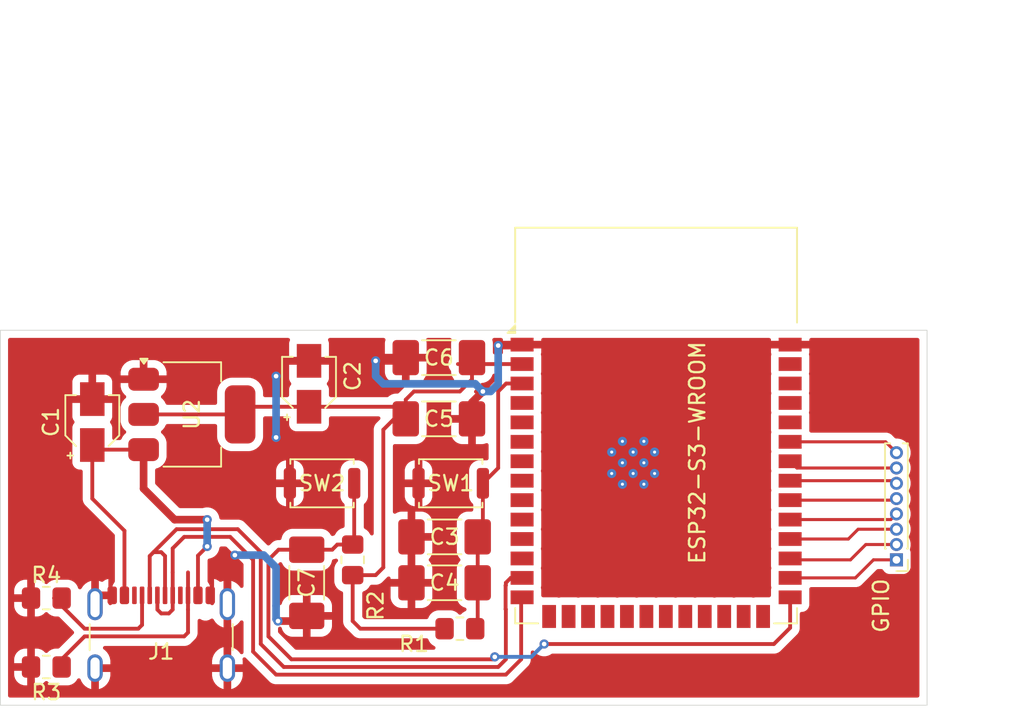
<source format=kicad_pcb>
(kicad_pcb (version 20241229) (generator "pcbnew") (generator_version "9.0")
  (layers (0 "F.Cu" signal) (2 "B.Cu" signal) (13 "F.Paste" user) (15 "B.Paste" user) (5 "F.SilkS" user "F.Silkscreen") (7 "B.SilkS" user "B.Silkscreen") (1 "F.Mask" user) (3 "B.Mask" user) (25 "Edge.Cuts" user))
  (net 0 "")
  (net 1 "+5V")
  (net 2 "GND")
  (net 3 "+3.3V")
  (net 4 "ENABLE")
  (net 5 "BOOT")
  (net 6 "Net-(GPIOs1-Pin_7)")
  (net 7 "Net-(GPIOs1-Pin_2)")
  (net 8 "Net-(GPIOs1-Pin_8)")
  (net 9 "Net-(GPIOs1-Pin_1)")
  (net 10 "Net-(GPIOs1-Pin_5)")
  (net 11 "Net-(GPIOs1-Pin_4)")
  (net 12 "Net-(GPIOs1-Pin_6)")
  (net 13 "Net-(GPIOs1-Pin_3)")
  (net 14 "Net-(J1-CC2)")
  (net 15 "Net-(J1-CC1)")
  (net 31 "D+")
  (net 32 "D-")
  (footprint "Resistor_SMD:R_0805_2012Metric_Pad1.20x1.40mm_HandSolder" (layer "F.Cu") (at 104.5 108.5 180)
    (property "Reference" "R3" (at 0 -1.65 0) (layer "F.SilkS"))
    (property "Value" "5.1K" (hide yes))
    (fp_line (start -0.227064 0.735) (end 0.227064 0.735) (stroke (width 0.12)) (layer "F.SilkS"))
    (fp_line (start -0.227064 -0.735) (end 0.227064 -0.735) (stroke (width 0.12)) (layer "F.SilkS"))
    (pad "1" smd roundrect (at -1 0 180) (size 1.2 1.4) (layers "F.Cu" "F.Mask" "F.Paste") (roundrect_rratio 0.208333) (net 14 "Net-(J1-CC2)"))
    (pad "2" smd roundrect (at 1 0 180) (size 1.2 1.4) (layers "F.Cu" "F.Mask" "F.Paste") (roundrect_rratio 0.208333) (net 2 "GND"))
  )
  (footprint "Resistor_SMD:R_0805_2012Metric_Pad1.20x1.40mm_HandSolder" (layer "F.Cu") (at 124.5 101.5 90)
    (property "Reference" "R2" (at -3 1.5 90) (layer "F.SilkS"))
    (property "Value" "10K" (hide yes))
    (fp_line (start -0.227064 -0.735) (end 0.227064 -0.735) (stroke (width 0.12)) (layer "F.SilkS"))
    (fp_line (start -0.227064 0.735) (end 0.227064 0.735) (stroke (width 0.12)) (layer "F.SilkS"))
    (pad "1" smd roundrect (at -1 0 90) (size 1.2 1.4) (layers "F.Cu" "F.Mask" "F.Paste") (roundrect_rratio 0.208333) (net 3 "+3.3V"))
    (pad "2" smd roundrect (at 1 0 90) (size 1.2 1.4) (layers "F.Cu" "F.Mask" "F.Paste") (roundrect_rratio 0.208333) (net 5 "BOOT"))
  )
  (footprint "Capacitor_SMD:C_1808_4520Metric_Pad1.72x2.30mm_HandSolder" (layer "F.Cu") (at 130.5 100 180)
    (property "Reference" "C3" (at 0 0 0) (layer "F.SilkS"))
    (property "Value" "0.1uF" (hide yes))
    (fp_line (start -1.097369 1.135) (end 1.097369 1.135) (stroke (width 0.12)) (layer "F.SilkS"))
    (fp_line (start -1.097369 -1.135) (end 1.097369 -1.135) (stroke (width 0.12)) (layer "F.SilkS"))
    (pad "1" smd roundrect (at -2.1625 0 180) (size 1.725 2.3) (layers "F.Cu" "F.Mask" "F.Paste") (roundrect_rratio 0.144928) (net 4 "ENABLE"))
    (pad "2" smd roundrect (at 2.1625 0 180) (size 1.725 2.3) (layers "F.Cu" "F.Mask" "F.Paste") (roundrect_rratio 0.144928) (net 2 "GND"))
  )
  (footprint "Button_Switch_SMD:SW_Push_SPST_NO_Alps_SKRK" (layer "F.Cu") (at 130.9 96.5 180)
    (property "Reference" "SW1" (at 0 0 0) (layer "F.SilkS"))
    (property "Value" "SW_Push" (hide yes))
    (fp_line (start 2.07 1.57) (end -2.07 1.57) (stroke (width 0.12)) (layer "F.SilkS"))
    (fp_line (start 2.07 1.27) (end 2.07 1.57) (stroke (width 0.12)) (layer "F.SilkS"))
    (fp_line (start 2.07 -1.57) (end 2.07 -1.27) (stroke (width 0.12)) (layer "F.SilkS"))
    (fp_line (start -2.07 1.57) (end -2.07 1.27) (stroke (width 0.12)) (layer "F.SilkS"))
    (fp_line (start -2.07 -1.27) (end -2.07 -1.57) (stroke (width 0.12)) (layer "F.SilkS"))
    (fp_line (start -2.07 -1.57) (end 2.07 -1.57) (stroke (width 0.12)) (layer "F.SilkS"))
    (pad "1" smd roundrect (at -2.1 0 180) (size 0.8 2) (layers "F.Cu" "F.Mask" "F.Paste") (net 4 "ENABLE"))
    (pad "2" smd roundrect (at 2.1 0 180) (size 0.8 2) (layers "F.Cu" "F.Mask" "F.Paste") (net 2 "GND"))
  )
  (footprint "Connector_PinHeader_1.00mm:PinHeader_1x08_P1.00mm_Vertical" (layer "F.Cu") (at 160 101.5 180)
    (property "Reference" "GPIO" (at 1 -3 90) (layer "F.SilkS"))
    (property "Value" "Conn_01x08_Pin")
    (fp_line (start 0.745 0.735) (end 0.745 7.61) (stroke (width 0.12)) (layer "F.SilkS"))
    (fp_line (start 0.685565 0.735) (end 0.745 0.735) (stroke (width 0.12)) (layer "F.SilkS"))
    (fp_line (start 0.41003 7.61) (end 0.745 7.61) (stroke (width 0.12)) (layer "F.SilkS"))
    (fp_line (start -0.745 7.61) (end -0.41003 7.61) (stroke (width 0.12)) (layer "F.SilkS"))
    (fp_line (start -0.745 0.735) (end -0.685565 0.735) (stroke (width 0.12)) (layer "F.SilkS"))
    (fp_line (start -0.745 0.735) (end -0.745 7.61) (stroke (width 0.12)) (layer "F.SilkS"))
    (fp_line (start -0.745 0) (end -0.745 -0.735) (stroke (width 0.12)) (layer "F.SilkS"))
    (fp_line (start -0.745 -0.735) (end 0 -0.735) (stroke (width 0.12)) (layer "F.SilkS"))
    (pad "1" thru_hole rect (at 0 0 180) (size 0.85 0.85) (drill 0.5) (layers "*.Cu" "*.Mask") (net 9 "Net-(GPIOs1-Pin_1)"))
    (pad "2" thru_hole circle (at 0 1 180) (size 0.85 0.85) (drill 0.5) (layers "*.Cu" "*.Mask") (net 7 "Net-(GPIOs1-Pin_2)"))
    (pad "3" thru_hole circle (at 0 2 180) (size 0.85 0.85) (drill 0.5) (layers "*.Cu" "*.Mask") (net 13 "Net-(GPIOs1-Pin_3)"))
    (pad "4" thru_hole circle (at 0 3 180) (size 0.85 0.85) (drill 0.5) (layers "*.Cu" "*.Mask") (net 11 "Net-(GPIOs1-Pin_4)"))
    (pad "5" thru_hole circle (at 0 4 180) (size 0.85 0.85) (drill 0.5) (layers "*.Cu" "*.Mask") (net 10 "Net-(GPIOs1-Pin_5)"))
    (pad "6" thru_hole circle (at 0 5 180) (size 0.85 0.85) (drill 0.5) (layers "*.Cu" "*.Mask") (net 12 "Net-(GPIOs1-Pin_6)"))
    (pad "7" thru_hole circle (at 0 6 180) (size 0.85 0.85) (drill 0.5) (layers "*.Cu" "*.Mask") (net 6 "Net-(GPIOs1-Pin_7)"))
    (pad "8" thru_hole circle (at 0 7 180) (size 0.85 0.85) (drill 0.5) (layers "*.Cu" "*.Mask") (net 8 "Net-(GPIOs1-Pin_8)"))
  )
  (footprint "Package_TO_SOT_SMD:SOT-223-3_TabPin2" (layer "F.Cu") (at 114 92)
    (property "Reference" "U2" (at 0 0 90) (layer "F.SilkS"))
    (property "Value" "AMS1117-3.3")
    (fp_line (start -1.85 -3.41) (end 1.91 -3.41) (stroke (width 0.12)) (layer "F.SilkS"))
    (fp_line (start -1.85 3.41) (end 1.91 3.41) (stroke (width 0.12)) (layer "F.SilkS"))
    (fp_line (start 1.91 -3.41) (end 1.91 -2.15) (stroke (width 0.12)) (layer "F.SilkS"))
    (fp_line (start 1.91 3.41) (end 1.91 2.15) (stroke (width 0.12)) (layer "F.SilkS"))
    (fp_poly (pts (xy -3.13 -3.31) (xy -3.37 -3.64) (xy -2.89 -3.64) (xy -3.13 -3.31)) (stroke (width 0.12)) (fill yes) (layer "F.SilkS"))
    (pad "1" smd roundrect (at -3.15 -2.3) (size 2 1.5) (layers "F.Cu" "F.Mask" "F.Paste") (net 2 "GND"))
    (pad "2" smd roundrect (at -3.15 0) (size 2 1.5) (layers "F.Cu" "F.Mask" "F.Paste") (net 3 "+3.3V"))
    (pad "2" smd roundrect (at 3.15 0) (size 2 3.8) (layers "F.Cu" "F.Mask" "F.Paste") (net 3 "+3.3V"))
    (pad "3" smd roundrect (at -3.15 2.3) (size 2 1.5) (layers "F.Cu" "F.Mask" "F.Paste") (net 1 "+5V"))
  )
  (footprint "Capacitor_SMD:C_1808_4520Metric_Pad1.72x2.30mm_HandSolder" (layer "F.Cu") (at 121.5 103 -90)
    (property "Reference" "C7" (at 0 0 90) (layer "F.SilkS"))
    (property "Value" "0.1uF" (hide yes))
    (fp_line (start -1.097369 1.135) (end 1.097369 1.135) (stroke (width 0.12)) (layer "F.SilkS"))
    (fp_line (start -1.097369 -1.135) (end 1.097369 -1.135) (stroke (width 0.12)) (layer "F.SilkS"))
    (pad "1" smd roundrect (at -2.1625 0 270) (size 1.725 2.3) (layers "F.Cu" "F.Mask" "F.Paste") (roundrect_rratio 0.144928) (net 5 "BOOT"))
    (pad "2" smd roundrect (at 2.1625 0 270) (size 1.725 2.3) (layers "F.Cu" "F.Mask" "F.Paste") (roundrect_rratio 0.144928) (net 2 "GND"))
  )
  (footprint "Resistor_SMD:R_0805_2012Metric_Pad1.20x1.40mm_HandSolder" (layer "F.Cu") (at 104.5 104 180)
    (property "Reference" "R4" (at 0 1.5 0) (layer "F.SilkS"))
    (property "Value" "5.1K" (hide yes))
    (fp_line (start -0.227064 0.735) (end 0.227064 0.735) (stroke (width 0.12)) (layer "F.SilkS"))
    (fp_line (start -0.227064 -0.735) (end 0.227064 -0.735) (stroke (width 0.12)) (layer "F.SilkS"))
    (pad "1" smd roundrect (at -1 0 180) (size 1.2 1.4) (layers "F.Cu" "F.Mask" "F.Paste") (roundrect_rratio 0.208333) (net 15 "Net-(J1-CC1)"))
    (pad "2" smd roundrect (at 1 0 180) (size 1.2 1.4) (layers "F.Cu" "F.Mask" "F.Paste") (roundrect_rratio 0.208333) (net 2 "GND"))
  )
  (footprint "Capacitor_SMD:C_1808_4520Metric_Pad1.72x2.30mm_HandSolder" (layer "F.Cu") (at 130.5 103 180)
    (property "Reference" "C4" (at 0 0 0) (layer "F.SilkS"))
    (property "Value" "100nF" (hide yes))
    (fp_line (start -1.097369 1.135) (end 1.097369 1.135) (stroke (width 0.12)) (layer "F.SilkS"))
    (fp_line (start -1.097369 -1.135) (end 1.097369 -1.135) (stroke (width 0.12)) (layer "F.SilkS"))
    (pad "1" smd roundrect (at -2.1625 0 180) (size 1.725 2.3) (layers "F.Cu" "F.Mask" "F.Paste") (roundrect_rratio 0.144928) (net 4 "ENABLE"))
    (pad "2" smd roundrect (at 2.1625 0 180) (size 1.725 2.3) (layers "F.Cu" "F.Mask" "F.Paste") (roundrect_rratio 0.144928) (net 2 "GND"))
  )
  (footprint "Capacitor_SMD:C_1808_4520Metric_Pad1.72x2.30mm_HandSolder" (layer "F.Cu") (at 130.1275 88.29 180)
    (property "Reference" "C6" (at 0 0 0) (layer "F.SilkS"))
    (property "Value" "100nF" (hide yes))
    (fp_line (start -1.097369 1.135) (end 1.097369 1.135) (stroke (width 0.12)) (layer "F.SilkS"))
    (fp_line (start -1.097369 -1.135) (end 1.097369 -1.135) (stroke (width 0.12)) (layer "F.SilkS"))
    (pad "1" smd roundrect (at -2.1625 0 180) (size 1.725 2.3) (layers "F.Cu" "F.Mask" "F.Paste") (roundrect_rratio 0.144928) (net 3 "+3.3V"))
    (pad "2" smd roundrect (at 2.1625 0 180) (size 1.725 2.3) (layers "F.Cu" "F.Mask" "F.Paste") (roundrect_rratio 0.144928) (net 2 "GND"))
  )
  (footprint "Button_Switch_SMD:SW_Push_SPST_NO_Alps_SKRK" (layer "F.Cu") (at 122.5 96.5)
    (property "Reference" "SW2" (at 0 0 0) (layer "F.SilkS"))
    (property "Value" "SW_Push" (hide yes))
    (fp_line (start -2.07 -1.57) (end 2.07 -1.57) (stroke (width 0.12)) (layer "F.SilkS"))
    (fp_line (start -2.07 -1.27) (end -2.07 -1.57) (stroke (width 0.12)) (layer "F.SilkS"))
    (fp_line (start -2.07 1.57) (end -2.07 1.27) (stroke (width 0.12)) (layer "F.SilkS"))
    (fp_line (start 2.07 -1.57) (end 2.07 -1.27) (stroke (width 0.12)) (layer "F.SilkS"))
    (fp_line (start 2.07 1.27) (end 2.07 1.57) (stroke (width 0.12)) (layer "F.SilkS"))
    (fp_line (start 2.07 1.57) (end -2.07 1.57) (stroke (width 0.12)) (layer "F.SilkS"))
    (pad "1" smd roundrect (at -2.1 0) (size 0.8 2) (layers "F.Cu" "F.Mask" "F.Paste") (net 2 "GND"))
    (pad "2" smd roundrect (at 2.1 0) (size 0.8 2) (layers "F.Cu" "F.Mask" "F.Paste") (net 5 "BOOT"))
  )
  (footprint "Capacitor_SMD:CP_Elec_3x5.3" (layer "F.Cu") (at 121.65 90 90)
    (property "Reference" "C2" (at 0.5 2.85 90) (layer "F.SilkS"))
    (property "Value" "22uF" (hide yes))
    (fp_line (start 1.76 -1.76) (end 1.76 -1.06) (stroke (width 0.12)) (layer "F.SilkS"))
    (fp_line (start -0.870563 -1.76) (end 1.76 -1.76) (stroke (width 0.12)) (layer "F.SilkS"))
    (fp_line (start -2.1875 -1.6225) (end -2.1875 -1.2475) (stroke (width 0.12)) (layer "F.SilkS"))
    (fp_line (start -2.375 -1.435) (end -2 -1.435) (stroke (width 0.12)) (layer "F.SilkS"))
    (fp_line (start -1.570563 -1.06) (end -0.870563 -1.76) (stroke (width 0.12)) (layer "F.SilkS"))
    (fp_line (start -1.570563 1.06) (end -0.870563 1.76) (stroke (width 0.12)) (layer "F.SilkS"))
    (fp_line (start 1.76 1.76) (end 1.76 1.06) (stroke (width 0.12)) (layer "F.SilkS"))
    (fp_line (start -0.870563 1.76) (end 1.76 1.76) (stroke (width 0.12)) (layer "F.SilkS"))
    (pad "1" smd rect (at -1.5 0 90) (size 2.2 1.6) (layers "F.Cu" "F.Mask" "F.Paste") (net 3 "+3.3V"))
    (pad "2" smd rect (at 1.5 0 90) (size 2.2 1.6) (layers "F.Cu" "F.Mask" "F.Paste") (net 2 "GND"))
  )
  (footprint "Connector_USB:USB_C_Receptacle_GCT_USB4105-xx-A_16P_TopMnt_Horizontal" (layer "F.Cu") (at 112 107.5)
    (property "Reference" "J1" (at 0 0 0) (layer "F.SilkS"))
    (property "Value" "USB_C_Receptacle_USB2.0_16P" (hide yes))
    (fp_line (start -4.67 -0.1) (end -4.67 -1.8) (stroke (width 0.12)) (layer "F.SilkS"))
    (fp_line (start 4.67 -0.1) (end 4.67 -1.8) (stroke (width 0.12)) (layer "F.SilkS"))
    (pad "" np_thru_hole circle (at -2.89 -2.605) (size 0.65 0.65) (drill 0.65) (layers "*.Cu" "*.Mask"))
    (pad "" np_thru_hole circle (at 2.89 -2.605) (size 0.65 0.65) (drill 0.65) (layers "*.Cu" "*.Mask"))
    (pad "A1" smd roundrect (at -3.2 -3.68) (size 0.6 1.15) (layers "F.Cu" "F.Mask" "F.Paste") (net 2 "GND"))
    (pad "A4" smd roundrect (at -2.4 -3.68) (size 0.6 1.15) (layers "F.Cu" "F.Mask" "F.Paste") (net 1 "+5V"))
    (pad "A5" smd roundrect (at -1.25 -3.68) (size 0.3 1.15) (layers "F.Cu" "F.Mask" "F.Paste") (net 15 "Net-(J1-CC1)"))
    (pad "A6" smd roundrect (at -0.25 -3.68) (size 0.3 1.15) (layers "F.Cu" "F.Mask" "F.Paste") (net 31 "D+"))
    (pad "A7" smd roundrect (at 0.25 -3.68) (size 0.3 1.15) (layers "F.Cu" "F.Mask" "F.Paste") (net 32 "D-"))
    (pad "A8" smd roundrect (at 1.25 -3.68) (size 0.3 1.15) (layers "F.Cu" "F.Mask" "F.Paste"))
    (pad "A9" smd roundrect (at 2.4 -3.68) (size 0.6 1.15) (layers "F.Cu" "F.Mask" "F.Paste") (net 1 "+5V"))
    (pad "A12" smd roundrect (at 3.2 -3.68) (size 0.6 1.15) (layers "F.Cu" "F.Mask" "F.Paste") (net 2 "GND"))
    (pad "B1" smd roundrect (at 3.2 -3.68) (size 0.6 1.15) (layers "F.Cu" "F.Mask" "F.Paste") (net 2 "GND"))
    (pad "B4" smd roundrect (at 2.4 -3.68) (size 0.6 1.15) (layers "F.Cu" "F.Mask" "F.Paste") (net 1 "+5V"))
    (pad "B5" smd roundrect (at 1.75 -3.68) (size 0.3 1.15) (layers "F.Cu" "F.Mask" "F.Paste") (net 14 "Net-(J1-CC2)"))
    (pad "B6" smd roundrect (at 0.75 -3.68) (size 0.3 1.15) (layers "F.Cu" "F.Mask" "F.Paste") (net 31 "D+"))
    (pad "B7" smd roundrect (at -0.75 -3.68) (size 0.3 1.15) (layers "F.Cu" "F.Mask" "F.Paste") (net 32 "D-"))
    (pad "B8" smd roundrect (at -1.75 -3.68) (size 0.3 1.15) (layers "F.Cu" "F.Mask" "F.Paste"))
    (pad "B9" smd roundrect (at -2.4 -3.68) (size 0.6 1.15) (layers "F.Cu" "F.Mask" "F.Paste") (net 1 "+5V"))
    (pad "B12" smd roundrect (at -3.2 -3.68) (size 0.6 1.15) (layers "F.Cu" "F.Mask" "F.Paste") (net 2 "GND"))
    (pad "S1" thru_hole oval (at -4.32 -3.105) (size 1 2.1) (drill oval 0.6 1.7) (property pad_prop_heatsink) (layers "*.Cu" "*.Mask" "F.Paste") (net 2 "GND"))
    (pad "S1" thru_hole oval (at -4.32 1.075) (size 1 1.8) (drill oval 0.6 1.4) (property pad_prop_heatsink) (layers "*.Cu" "*.Mask" "F.Paste") (net 2 "GND"))
    (pad "S1" thru_hole oval (at 4.32 -3.105) (size 1 2.1) (drill oval 0.6 1.7) (property pad_prop_heatsink) (layers "*.Cu" "*.Mask" "F.Paste") (net 2 "GND"))
    (pad "S1" thru_hole oval (at 4.32 1.075) (size 1 1.8) (drill oval 0.6 1.4) (property pad_prop_heatsink) (layers "*.Cu" "*.Mask" "F.Paste") (net 2 "GND"))
  )
  (footprint "Resistor_SMD:R_0805_2012Metric_Pad1.20x1.40mm_HandSolder" (layer "F.Cu") (at 131.5 106)
    (property "Reference" "R1" (at -3 1 0) (layer "F.SilkS"))
    (property "Value" "10K" (hide yes))
    (fp_line (start -0.227064 -0.735) (end 0.227064 -0.735) (stroke (width 0.12)) (layer "F.SilkS"))
    (fp_line (start -0.227064 0.735) (end 0.227064 0.735) (stroke (width 0.12)) (layer "F.SilkS"))
    (pad "1" smd roundrect (at -1 0) (size 1.2 1.4) (layers "F.Cu" "F.Mask" "F.Paste") (roundrect_rratio 0.208333) (net 3 "+3.3V"))
    (pad "2" smd roundrect (at 1 0) (size 1.2 1.4) (layers "F.Cu" "F.Mask" "F.Paste") (roundrect_rratio 0.208333) (net 4 "ENABLE"))
  )
  (footprint "RF_Module:ESP32-S3-WROOM-1" (layer "F.Cu") (at 144.31 92.7)
    (property "Reference" "ESP32-S3-WROOM" (at 2.69 1.8 90) (layer "F.SilkS"))
    (property "Value" "ESP32-S3-WROOM-1")
    (fp_line (start -9.2 -12.9) (end -9.2 -6.7) (stroke (width 0.12)) (layer "F.SilkS"))
    (fp_line (start -9.2 -12.9) (end 9.2 -12.9) (stroke (width 0.12)) (layer "F.SilkS"))
    (fp_line (start -9.2 11.95) (end -9.2 12.95) (stroke (width 0.12)) (layer "F.SilkS"))
    (fp_line (start -9.2 12.95) (end -7.7 12.95) (stroke (width 0.12)) (layer "F.SilkS"))
    (fp_line (start 9.2 -12.9) (end 9.2 -6.7) (stroke (width 0.12)) (layer "F.SilkS"))
    (fp_line (start 9.2 12.95) (end 7.7 12.95) (stroke (width 0.12)) (layer "F.SilkS"))
    (fp_line (start 9.2 12.95) (end 9.2 11.95) (stroke (width 0.12)) (layer "F.SilkS"))
    (fp_poly (pts (xy -9.2 -6.025) (xy -9.7 -6.025) (xy -9.2 -6.525) (xy -9.2 -6.025)) (stroke (width 0.12)) (fill yes) (layer "F.SilkS"))
    (pad "1" smd rect (at -8.75 -5.26) (size 1.5 0.9) (layers "F.Cu" "F.Mask" "F.Paste") (net 2 "GND"))
    (pad "2" smd rect (at -8.75 -3.99) (size 1.5 0.9) (layers "F.Cu" "F.Mask" "F.Paste") (net 3 "+3.3V"))
    (pad "3" smd rect (at -8.75 -2.72) (size 1.5 0.9) (layers "F.Cu" "F.Mask" "F.Paste") (net 4 "ENABLE"))
    (pad "4" smd rect (at -8.75 -1.45) (size 1.5 0.9) (layers "F.Cu" "F.Mask" "F.Paste"))
    (pad "5" smd rect (at -8.75 -0.18) (size 1.5 0.9) (layers "F.Cu" "F.Mask" "F.Paste"))
    (pad "6" smd rect (at -8.75 1.09) (size 1.5 0.9) (layers "F.Cu" "F.Mask" "F.Paste"))
    (pad "7" smd rect (at -8.75 2.36) (size 1.5 0.9) (layers "F.Cu" "F.Mask" "F.Paste"))
    (pad "8" smd rect (at -8.75 3.63) (size 1.5 0.9) (layers "F.Cu" "F.Mask" "F.Paste"))
    (pad "9" smd rect (at -8.75 4.9) (size 1.5 0.9) (layers "F.Cu" "F.Mask" "F.Paste"))
    (pad "10" smd rect (at -8.75 6.17) (size 1.5 0.9) (layers "F.Cu" "F.Mask" "F.Paste"))
    (pad "11" smd rect (at -8.75 7.44) (size 1.5 0.9) (layers "F.Cu" "F.Mask" "F.Paste"))
    (pad "12" smd rect (at -8.75 8.71) (size 1.5 0.9) (layers "F.Cu" "F.Mask" "F.Paste"))
    (pad "13" smd rect (at -8.75 9.98) (size 1.5 0.9) (layers "F.Cu" "F.Mask" "F.Paste") (net 32 "D-"))
    (pad "14" smd rect (at -8.75 11.25 180) (size 1.5 0.9) (layers "F.Cu" "F.Mask" "F.Paste") (net 31 "D+"))
    (pad "15" smd rect (at -6.985 12.5 270) (size 1.5 0.9) (layers "F.Cu" "F.Mask" "F.Paste"))
    (pad "16" smd rect (at -5.715 12.5 270) (size 1.5 0.9) (layers "F.Cu" "F.Mask" "F.Paste"))
    (pad "17" smd rect (at -4.445 12.5 270) (size 1.5 0.9) (layers "F.Cu" "F.Mask" "F.Paste"))
    (pad "18" smd rect (at -3.175 12.5 270) (size 1.5 0.9) (layers "F.Cu" "F.Mask" "F.Paste"))
    (pad "19" smd rect (at -1.905 12.5 270) (size 1.5 0.9) (layers "F.Cu" "F.Mask" "F.Paste"))
    (pad "20" smd rect (at -0.635 12.5 270) (size 1.5 0.9) (layers "F.Cu" "F.Mask" "F.Paste"))
    (pad "21" smd rect (at 0.635 12.5 270) (size 1.5 0.9) (layers "F.Cu" "F.Mask" "F.Paste"))
    (pad "22" smd rect (at 1.905 12.5 270) (size 1.5 0.9) (layers "F.Cu" "F.Mask" "F.Paste"))
    (pad "23" smd rect (at 3.175 12.5 270) (size 1.5 0.9) (layers "F.Cu" "F.Mask" "F.Paste"))
    (pad "24" smd rect (at 4.445 12.5 270) (size 1.5 0.9) (layers "F.Cu" "F.Mask" "F.Paste"))
    (pad "25" smd rect (at 5.715 12.5 270) (size 1.5 0.9) (layers "F.Cu" "F.Mask" "F.Paste"))
    (pad "26" smd rect (at 6.985 12.5 270) (size 1.5 0.9) (layers "F.Cu" "F.Mask" "F.Paste"))
    (pad "27" smd rect (at 8.75 11.25) (size 1.5 0.9) (layers "F.Cu" "F.Mask" "F.Paste") (net 5 "BOOT"))
    (pad "28" smd rect (at 8.75 9.98) (size 1.5 0.9) (layers "F.Cu" "F.Mask" "F.Paste") (net 9 "Net-(GPIOs1-Pin_1)"))
    (pad "29" smd rect (at 8.75 8.71) (size 1.5 0.9) (layers "F.Cu" "F.Mask" "F.Paste") (net 7 "Net-(GPIOs1-Pin_2)"))
    (pad "30" smd rect (at 8.75 7.44) (size 1.5 0.9) (layers "F.Cu" "F.Mask" "F.Paste") (net 13 "Net-(GPIOs1-Pin_3)"))
    (pad "31" smd rect (at 8.75 6.17) (size 1.5 0.9) (layers "F.Cu" "F.Mask" "F.Paste") (net 11 "Net-(GPIOs1-Pin_4)"))
    (pad "32" smd rect (at 8.75 4.9) (size 1.5 0.9) (layers "F.Cu" "F.Mask" "F.Paste") (net 10 "Net-(GPIOs1-Pin_5)"))
    (pad "33" smd rect (at 8.75 3.63) (size 1.5 0.9) (layers "F.Cu" "F.Mask" "F.Paste") (net 12 "Net-(GPIOs1-Pin_6)"))
    (pad "34" smd rect (at 8.75 2.36) (size 1.5 0.9) (layers "F.Cu" "F.Mask" "F.Paste") (net 6 "Net-(GPIOs1-Pin_7)"))
    (pad "35" smd rect (at 8.75 1.09) (size 1.5 0.9) (layers "F.Cu" "F.Mask" "F.Paste") (net 8 "Net-(GPIOs1-Pin_8)"))
    (pad "36" smd rect (at 8.75 -0.18) (size 1.5 0.9) (layers "F.Cu" "F.Mask" "F.Paste"))
    (pad "37" smd rect (at 8.75 -1.45) (size 1.5 0.9) (layers "F.Cu" "F.Mask" "F.Paste"))
    (pad "38" smd rect (at 8.75 -2.72) (size 1.5 0.9) (layers "F.Cu" "F.Mask" "F.Paste"))
    (pad "39" smd rect (at 8.75 -3.99) (size 1.5 0.9) (layers "F.Cu" "F.Mask" "F.Paste"))
    (pad "40" smd rect (at 8.75 -5.26) (size 1.5 0.9) (layers "F.Cu" "F.Mask" "F.Paste") (net 2 "GND"))
    (pad "41" thru_hole circle (at -2.9 1.76 90) (size 0.6 0.6) (drill 0.2) (property pad_prop_heatsink) (layers "*.Cu" "F.Mask") (net 2 "GND"))
    (pad "41" thru_hole circle (at -2.9 3.16) (size 0.6 0.6) (drill 0.2) (property pad_prop_heatsink) (layers "*.Cu" "F.Mask") (net 2 "GND"))
    (pad "41" thru_hole circle (at -2.2 1.06) (size 0.6 0.6) (drill 0.2) (property pad_prop_heatsink) (layers "*.Cu" "F.Mask") (net 2 "GND"))
    (pad "41" thru_hole circle (at -2.2 2.46) (size 0.6 0.6) (drill 0.2) (property pad_prop_heatsink) (layers "*.Cu" "F.Mask") (net 2 "GND"))
    (pad "41" thru_hole circle (at -2.2 3.86) (size 0.6 0.6) (drill 0.2) (property pad_prop_heatsink) (layers "*.Cu" "F.Mask") (net 2 "GND"))
    (pad "41" thru_hole circle (at -1.5 1.76) (size 0.6 0.6) (drill 0.2) (property pad_prop_heatsink) (layers "*.Cu" "F.Mask") (net 2 "GND"))
    (pad "41" smd rect (at -1.5 2.46 270) (size 3.9 3.9) (property pad_prop_heatsink) (layers "F.Cu" "F.Mask") (net 2 "GND"))
    (pad "41" thru_hole circle (at -1.5 3.16) (size 0.6 0.6) (drill 0.2) (property pad_prop_heatsink) (layers "*.Cu" "F.Mask") (net 2 "GND"))
    (pad "41" thru_hole circle (at -0.8 1.06) (size 0.6 0.6) (drill 0.2) (property pad_prop_heatsink) (layers "*.Cu" "F.Mask") (net 2 "GND"))
    (pad "41" thru_hole circle (at -0.8 2.46) (size 0.6 0.6) (drill 0.2) (property pad_prop_heatsink) (layers "*.Cu" "F.Mask") (net 2 "GND"))
    (pad "41" thru_hole circle (at -0.8 3.86) (size 0.6 0.6) (drill 0.2) (property pad_prop_heatsink) (layers "*.Cu" "F.Mask") (net 2 "GND"))
    (pad "41" thru_hole circle (at -0.1 1.76) (size 0.6 0.6) (drill 0.2) (property pad_prop_heatsink) (layers "*.Cu" "F.Mask") (net 2 "GND"))
    (pad "41" thru_hole circle (at -0.1 3.16) (size 0.6 0.6) (drill 0.2) (property pad_prop_heatsink) (layers "*.Cu" "F.Mask") (net 2 "GND"))
    (zone (net 0) (net_name "") (layers "F.Cu" "B.Cu") (connect_pads (clearance 0)) (min_thickness 0.254)
      (keepout (tracks not_allowed) (vias not_allowed) (pads not_allowed) (copperpour not_allowed) (footprints not_allowed))
      (fill (thermal_gap 0.508) (thermal_bridge_width 0.508))
      (polygon (pts (xy 120.31 85.95) (xy 168.31 85.95) (xy 168.31 64.95) (xy 120.31 64.95)))
    )
  )
  (footprint "Capacitor_SMD:CP_Elec_3x5.3" (layer "F.Cu") (at 107.5 92.5 90)
    (property "Reference" "C1" (at 0 -2.7 90) (layer "F.SilkS"))
    (property "Value" "10uF" (hide yes))
    (fp_line (start 1.76 -1.76) (end 1.76 -1.06) (stroke (width 0.12)) (layer "F.SilkS"))
    (fp_line (start -0.870563 -1.76) (end 1.76 -1.76) (stroke (width 0.12)) (layer "F.SilkS"))
    (fp_line (start -2.1875 -1.6225) (end -2.1875 -1.2475) (stroke (width 0.12)) (layer "F.SilkS"))
    (fp_line (start -2.375 -1.435) (end -2 -1.435) (stroke (width 0.12)) (layer "F.SilkS"))
    (fp_line (start -1.570563 -1.06) (end -0.870563 -1.76) (stroke (width 0.12)) (layer "F.SilkS"))
    (fp_line (start -1.570563 1.06) (end -0.870563 1.76) (stroke (width 0.12)) (layer "F.SilkS"))
    (fp_line (start 1.76 1.76) (end 1.76 1.06) (stroke (width 0.12)) (layer "F.SilkS"))
    (fp_line (start -0.870563 1.76) (end 1.76 1.76) (stroke (width 0.12)) (layer "F.SilkS"))
    (pad "1" smd rect (at -1.5 0 90) (size 2.2 1.6) (layers "F.Cu" "F.Mask" "F.Paste") (net 1 "+5V"))
    (pad "2" smd rect (at 1.5 0 90) (size 2.2 1.6) (layers "F.Cu" "F.Mask" "F.Paste") (net 2 "GND"))
  )
  (footprint "Capacitor_SMD:C_1808_4520Metric_Pad1.72x2.30mm_HandSolder" (layer "F.Cu") (at 130.1275 92.29)
    (property "Reference" "C5" (at 0 0 0) (layer "F.SilkS"))
    (property "Value" "22uF" (hide yes))
    (fp_line (start -1.097369 -1.135) (end 1.097369 -1.135) (stroke (width 0.12)) (layer "F.SilkS"))
    (fp_line (start -1.097369 1.135) (end 1.097369 1.135) (stroke (width 0.12)) (layer "F.SilkS"))
    (pad "1" smd roundrect (at -2.1625 0) (size 1.725 2.3) (layers "F.Cu" "F.Mask" "F.Paste") (roundrect_rratio 0.144928) (net 3 "+3.3V"))
    (pad "2" smd roundrect (at 2.1625 0) (size 1.725 2.3) (layers "F.Cu" "F.Mask" "F.Paste") (roundrect_rratio 0.144928) (net 2 "GND"))
  )
  (gr_rect (start 101.5 86.5) (end 162 111) (stroke (width 0.05)) (fill no) (layer "Edge.Cuts"))
  (segment (start 110.85 94.3) (end 107.8 94.3) (width 0.25) (layer "F.Cu") (net 1))
  (segment (start 107.5 94) (end 107.5 97.5) (width 0.25) (layer "F.Cu") (net 1))
  (segment (start 115 100.625) (end 114.4 101.225) (width 0.25) (layer "F.Cu") (net 1))
  (segment (start 115 98.875) (end 112.875 98.875) (width 0.5) (layer "F.Cu") (net 1))
  (segment (start 107.5 97.5) (end 109.6 99.6) (width 0.25) (layer "F.Cu") (net 1))
  (segment (start 114.4 101.225) (end 114.4 103.82) (width 0.25) (layer "F.Cu") (net 1))
  (segment (start 107.8 94.3) (end 107.5 94) (width 0.25) (layer "F.Cu") (net 1))
  (segment (start 110.65 94.5) (end 110.85 94.3) (width 0.25) (layer "F.Cu") (net 1))
  (segment (start 109.6 99.6) (end 109.6 103.82) (width 0.25) (layer "F.Cu") (net 1))
  (segment (start 112.875 98.875) (end 110.85 96.85) (width 0.5) (layer "F.Cu") (net 1))
  (segment (start 110.85 96.85) (end 110.85 94.3) (width 0.5) (layer "F.Cu") (net 1))
  (via (at 115 100.625) (size 0.6) (drill 0.3) (layers "F.Cu" "B.Cu") (net 1))
  (via (at 115 98.875) (size 0.6) (drill 0.3) (layers "F.Cu" "B.Cu") (net 1))
  (segment (start 115 100.625) (end 115 98.875) (width 0.5) (layer "B.Cu") (net 1))
  (segment (start 116.32 104.395) (end 116.32 101.68) (width 0.5) (layer "F.Cu") (net 2))
  (segment (start 119.5 89.5) (end 119.5 89) (width 0.5) (layer "F.Cu") (net 2))
  (segment (start 120.4 96.5) (end 120.4 94.4) (width 0.5) (layer "F.Cu") (net 2))
  (segment (start 116.32 101.68) (end 116.808058 101.191942) (width 0.5) (layer "F.Cu") (net 2))
  (segment (start 126 88.5) (end 127.755 88.5) (width 0.5) (layer "F.Cu") (net 2))
  (segment (start 120 88.5) (end 121.65 88.5) (width 0.5) (layer "F.Cu") (net 2))
  (segment (start 135.5 87.5) (end 135.56 87.44) (width 0.5) (layer "F.Cu") (net 2))
  (segment (start 120.4 94.4) (end 119.5 93.5) (width 0.5) (layer "F.Cu") (net 2))
  (segment (start 132.29 91.21) (end 133 90.5) (width 0.5) (layer "F.Cu") (net 2))
  (segment (start 132.29 92.29) (end 132.29 91.21) (width 0.5) (layer "F.Cu") (net 2))
  (segment (start 121.1625 105.5) (end 121.5 105.1625) (width 0.5) (layer "F.Cu") (net 2))
  (segment (start 127.755 88.5) (end 127.965 88.29) (width 0.5) (layer "F.Cu") (net 2))
  (segment (start 119.5 89) (end 120 88.5) (width 0.5) (layer "F.Cu") (net 2))
  (segment (start 119.625 105.5) (end 121.1625 105.5) (width 0.5) (layer "F.Cu") (net 2))
  (segment (start 134 87.5) (end 135.5 87.5) (width 0.5) (layer "F.Cu") (net 2))
  (via (at 133 90.5) (size 0.6) (drill 0.3) (layers "F.Cu" "B.Cu") (net 2))
  (via (at 119.5 89.5) (size 0.6) (drill 0.3) (layers "F.Cu" "B.Cu") (net 2))
  (via (at 134 87.5) (size 0.6) (drill 0.3) (layers "F.Cu" "B.Cu") (net 2))
  (via (at 119.625 105.5) (size 0.6) (drill 0.3) (layers "F.Cu" "B.Cu") (net 2))
  (via (at 119.5 93.5) (size 0.6) (drill 0.3) (layers "F.Cu" "B.Cu") (net 2))
  (via (at 116.808058 101.191942) (size 0.6) (drill 0.3) (layers "F.Cu" "B.Cu") (net 2))
  (via (at 126 88.5) (size 0.6) (drill 0.3) (layers "F.Cu" "B.Cu") (net 2))
  (segment (start 119.5 105.375) (end 119.625 105.5) (width 0.5) (layer "B.Cu") (net 2))
  (segment (start 119.5 93.5) (end 119.5 89.5) (width 0.5) (layer "B.Cu") (net 2))
  (segment (start 119.5 104.5) (end 119.5 105.375) (width 0.5) (layer "B.Cu") (net 2))
  (segment (start 134 90) (end 134 87.5) (width 0.5) (layer "B.Cu") (net 2))
  (segment (start 133 90.5) (end 133.5 90.5) (width 0.5) (layer "B.Cu") (net 2))
  (segment (start 126.5 90) (end 126 89.5) (width 0.5) (layer "B.Cu") (net 2))
  (segment (start 118.691942 101.191942) (end 119.5 102) (width 0.5) (layer "B.Cu") (net 2))
  (segment (start 133.5 90.5) (end 134 90) (width 0.5) (layer "B.Cu") (net 2))
  (segment (start 119.5 102) (end 119.5 104.5) (width 0.5) (layer "B.Cu") (net 2))
  (segment (start 126 89.5) (end 126 88.5) (width 0.5) (layer "B.Cu") (net 2))
  (segment (start 133 90.5) (end 132.5 90) (width 0.5) (layer "B.Cu") (net 2))
  (segment (start 132.5 90) (end 126.5 90) (width 0.5) (layer "B.Cu") (net 2))
  (segment (start 116.808058 101.191942) (end 118.691942 101.191942) (width 0.5) (layer "B.Cu") (net 2))
  (segment (start 126 102.5) (end 126.5 102) (width 0.25) (layer "F.Cu") (net 3))
  (segment (start 127.175 91.5) (end 127.965 92.29) (width 0.25) (layer "F.Cu") (net 3))
  (segment (start 117.15 92) (end 110.85 92) (width 0.25) (layer "F.Cu") (net 3))
  (segment (start 127.965 91.035) (end 128.5 90.5) (width 0.25) (layer "F.Cu") (net 3))
  (segment (start 124.5 105.5) (end 125 106) (width 0.25) (layer "F.Cu") (net 3))
  (segment (start 121.65 91.5) (end 117.65 91.5) (width 0.25) (layer "F.Cu") (net 3))
  (segment (start 125 106) (end 130.5 106) (width 0.25) (layer "F.Cu") (net 3))
  (segment (start 124.5 102.5) (end 126 102.5) (width 0.25) (layer "F.Cu") (net 3))
  (segment (start 126.5 102) (end 126.5 93) (width 0.25) (layer "F.Cu") (net 3))
  (segment (start 132.29 89.71) (end 132.29 88.29) (width 0.25) (layer "F.Cu") (net 3))
  (segment (start 128.5 90.5) (end 131.5 90.5) (width 0.25) (layer "F.Cu") (net 3))
  (segment (start 135.56 88.71) (end 131.3725 88.71) (width 0.25) (layer "F.Cu") (net 3))
  (segment (start 127.965 92.29) (end 127.965 91.035) (width 0.25) (layer "F.Cu") (net 3))
  (segment (start 117.65 91.5) (end 117.15 92) (width 0.25) (layer "F.Cu") (net 3))
  (segment (start 131.5 90.5) (end 132.29 89.71) (width 0.25) (layer "F.Cu") (net 3))
  (segment (start 121.65 91.5) (end 127.175 91.5) (width 0.25) (layer "F.Cu") (net 3))
  (segment (start 124.5 102.5) (end 124.5 105.5) (width 0.25) (layer "F.Cu") (net 3))
  (segment (start 127.21 92.29) (end 127.965 92.29) (width 0.25) (layer "F.Cu") (net 3))
  (segment (start 133 89) (end 132.29 88.29) (width 0.25) (layer "F.Cu") (net 3))
  (segment (start 126.5 93) (end 127.21 92.29) (width 0.25) (layer "F.Cu") (net 3))
  (segment (start 134.52 89.98) (end 134 90.5) (width 0.25) (layer "F.Cu") (net 4))
  (segment (start 132.6625 100) (end 132.6625 103) (width 0.25) (layer "F.Cu") (net 4))
  (segment (start 132.6625 105.8375) (end 132.5 106) (width 0.25) (layer "F.Cu") (net 4))
  (segment (start 133 99.6625) (end 132.6625 100) (width 0.25) (layer "F.Cu") (net 4))
  (segment (start 135.56 89.98) (end 134.52 89.98) (width 0.25) (layer "F.Cu") (net 4))
  (segment (start 133 96.5) (end 133 99.6625) (width 0.25) (layer "F.Cu") (net 4))
  (segment (start 134 95.5) (end 133 96.5) (width 0.25) (layer "F.Cu") (net 4))
  (segment (start 132.6625 103) (end 132.6625 105.8375) (width 0.25) (layer "F.Cu") (net 4))
  (segment (start 134 90.5) (end 134 95.5) (width 0.25) (layer "F.Cu") (net 4))
  (segment (start 119.6625 100.8375) (end 119.5 101) (width 0.25) (layer "F.Cu") (net 5))
  (segment (start 123.5 100.5) (end 123.1625 100.8375) (width 0.25) (layer "F.Cu") (net 5))
  (segment (start 119 101.5) (end 119 106.5) (width 0.25) (layer "F.Cu") (net 5))
  (segment (start 153.06 105.94) (end 153.06 103.95) (width 0.25) (layer "F.Cu") (net 5))
  (segment (start 119.5 101) (end 119 101.5) (width 0.25) (layer "F.Cu") (net 5))
  (segment (start 119 106.5) (end 120.5 108) (width 0.25) (layer "F.Cu") (net 5))
  (segment (start 137 107) (end 152 107) (width 0.25) (layer "F.Cu") (net 5))
  (segment (start 133.616116 108) (end 133.777153 107.838963) (width 0.25) (layer "F.Cu") (net 5))
  (segment (start 121.5 100.8375) (end 119.6625 100.8375) (width 0.25) (layer "F.Cu") (net 5))
  (segment (start 124.6 96.5) (end 124.6 100.4) (width 0.25) (layer "F.Cu") (net 5))
  (segment (start 123.1625 100.8375) (end 121.5 100.8375) (width 0.25) (layer "F.Cu") (net 5))
  (segment (start 124.5 100.5) (end 123.5 100.5) (width 0.25) (layer "F.Cu") (net 5))
  (segment (start 124.6 100.4) (end 124.5 100.5) (width 0.25) (layer "F.Cu") (net 5))
  (segment (start 120.5 108) (end 133.616116 108) (width 0.25) (layer "F.Cu") (net 5))
  (segment (start 152 107) (end 153.06 105.94) (width 0.25) (layer "F.Cu") (net 5))
  (via (at 137 107) (size 0.6) (drill 0.3) (layers "F.Cu" "B.Cu") (net 5))
  (via (at 133.777153 107.838963) (size 0.6) (drill 0.3) (layers "F.Cu" "B.Cu") (net 5))
  (segment (start 133.777153 107.838963) (end 136.161037 107.838963) (width 0.25) (layer "B.Cu") (net 5))
  (segment (start 136.161037 107.838963) (end 137 107) (width 0.25) (layer "B.Cu") (net 5))
  (segment (start 153.5 95.5) (end 160 95.5) (width 0.2) (layer "F.Cu") (net 6))
  (segment (start 153.06 95.06) (end 153.5 95.5) (width 0.2) (layer "F.Cu") (net 6))
  (segment (start 153.15 101.5) (end 157 101.5) (width 0.2) (layer "F.Cu") (net 7))
  (segment (start 158 100.5) (end 160 100.5) (width 0.2) (layer "F.Cu") (net 7))
  (segment (start 153.06 101.41) (end 153.15 101.5) (width 0.2) (layer "F.Cu") (net 7))
  (segment (start 157 101.5) (end 158 100.5) (width 0.2) (layer "F.Cu") (net 7))
  (segment (start 159.29 93.79) (end 160 94.5) (width 0.2) (layer "F.Cu") (net 8))
  (segment (start 153.06 93.79) (end 159.29 93.79) (width 0.2) (layer "F.Cu") (net 8))
  (segment (start 153.06 102.68) (end 157.32 102.68) (width 0.2) (layer "F.Cu") (net 9))
  (segment (start 157.32 102.68) (end 158.5 101.5) (width 0.2) (layer "F.Cu") (net 9))
  (segment (start 158.5 101.5) (end 160 101.5) (width 0.2) (layer "F.Cu") (net 9))
  (segment (start 159.9 97.6) (end 160 97.5) (width 0.2) (layer "F.Cu") (net 10))
  (segment (start 153.06 97.6) (end 159.9 97.6) (width 0.2) (layer "F.Cu") (net 10))
  (segment (start 153.06 98.87) (end 159.63 98.87) (width 0.2) (layer "F.Cu") (net 11))
  (segment (start 159.63 98.87) (end 160 98.5) (width 0.2) (layer "F.Cu") (net 11))
  (segment (start 159.83 96.33) (end 160 96.5) (width 0.2) (layer "F.Cu") (net 12))
  (segment (start 153.06 96.33) (end 159.83 96.33) (width 0.2) (layer "F.Cu") (net 12))
  (segment (start 157.5 99.5) (end 160 99.5) (width 0.2) (layer "F.Cu") (net 13))
  (segment (start 156.86 100.14) (end 157.5 99.5) (width 0.2) (layer "F.Cu") (net 13))
  (segment (start 153.06 100.14) (end 156.86 100.14) (width 0.2) (layer "F.Cu") (net 13))
  (segment (start 113.75 106.25) (end 113.75 104.75) (width 0.25) (layer "F.Cu") (net 14))
  (segment (start 105.5 108) (end 107 106.5) (width 0.25) (layer "F.Cu") (net 14))
  (segment (start 113.5 106.5) (end 113.75 106.25) (width 0.25) (layer "F.Cu") (net 14))
  (segment (start 107 106.5) (end 113.5 106.5) (width 0.25) (layer "F.Cu") (net 14))
  (segment (start 105.5 108.5) (end 105.5 108) (width 0.25) (layer "F.Cu") (net 14))
  (segment (start 113.75 104.75) (end 113.75 102.32) (width 0.25) (layer "F.Cu") (net 14))
  (segment (start 105 104) (end 107 106) (width 0.25) (layer "F.Cu") (net 15))
  (segment (start 107 106) (end 110.5 106) (width 0.25) (layer "F.Cu") (net 15))
  (segment (start 110.75 105.75) (end 110.75 103.82) (width 0.25) (layer "F.Cu") (net 15))
  (segment (start 110.5 106) (end 110.75 105.75) (width 0.25) (layer "F.Cu") (net 15))
  (segment (start 135.5 108) (end 134.5 109) (width 0.25) (layer "F.Cu") (net 31))
  (segment (start 112 105) (end 112.5 105) (width 0.25) (layer "F.Cu") (net 31))
  (segment (start 134.5 109) (end 119.5 109) (width 0.25) (layer "F.Cu") (net 31))
  (segment (start 116.5 100) (end 113.5 100) (width 0.25) (layer "F.Cu") (net 31))
  (segment (start 135.5 104.01) (end 135.5 108) (width 0.25) (layer "F.Cu") (net 31))
  (segment (start 118 101.5) (end 116.5 100) (width 0.25) (layer "F.Cu") (net 31))
  (segment (start 113.5 100) (end 112.75 100.75) (width 0.25) (layer "F.Cu") (net 31))
  (segment (start 135.56 103.95) (end 135.5 104.01) (width 0.25) (layer "F.Cu") (net 31))
  (segment (start 112.75 102.32) (end 112.75 103.25) (width 0.25) (layer "F.Cu") (net 31))
  (segment (start 111.75 103.82) (end 111.75 104.75) (width 0.25) (layer "F.Cu") (net 31))
  (segment (start 118 107.5) (end 118 101.5) (width 0.25) (layer "F.Cu") (net 31))
  (segment (start 112.75 104.75) (end 112.75 103.82) (width 0.25) (layer "F.Cu") (net 31))
  (segment (start 111.75 104.75) (end 112 105) (width 0.25) (layer "F.Cu") (net 31))
  (segment (start 112.5 105) (end 112.75 104.75) (width 0.25) (layer "F.Cu") (net 31))
  (segment (start 119.5 109) (end 118 107.5) (width 0.25) (layer "F.Cu") (net 31))
  (segment (start 112.75 100.75) (end 112.75 102.32) (width 0.25) (layer "F.Cu") (net 31))
  (segment (start 118.5 101) (end 117 99.5) (width 0.25) (layer "F.Cu") (net 32))
  (segment (start 135.56 102.68) (end 134.82 102.68) (width 0.25) (layer "F.Cu") (net 32))
  (segment (start 112.25 101.25) (end 112.25 103.82) (width 0.25) (layer "F.Cu") (net 32))
  (segment (start 134.5 103) (end 134.5 103.174) (width 0.25) (layer "F.Cu") (net 32))
  (segment (start 134.82 102.68) (end 134.5 103) (width 0.25) (layer "F.Cu") (net 32))
  (segment (start 120 108.5) (end 118.5 107) (width 0.25) (layer "F.Cu") (net 32))
  (segment (start 134.5 108) (end 134 108.5) (width 0.25) (layer "F.Cu") (net 32))
  (segment (start 134.484 103.174) (end 134.484 104.726) (width 0.25) (layer "F.Cu") (net 32))
  (segment (start 112 101) (end 112.25 101.25) (width 0.25) (layer "F.Cu") (net 32))
  (segment (start 113 99.5) (end 111.5 101) (width 0.25) (layer "F.Cu") (net 32))
  (segment (start 134 108.5) (end 120 108.5) (width 0.25) (layer "F.Cu") (net 32))
  (segment (start 134.5 104.726) (end 134.5 108) (width 0.25) (layer "F.Cu") (net 32))
  (segment (start 134.5 103.174) (end 134.484 103.174) (width 0.25) (layer "F.Cu") (net 32))
  (segment (start 118.5 107) (end 118.5 101) (width 0.25) (layer "F.Cu") (net 32))
  (segment (start 117 99.5) (end 113 99.5) (width 0.25) (layer "F.Cu") (net 32))
  (segment (start 134.484 104.726) (end 134.5 104.726) (width 0.25) (layer "F.Cu") (net 32))
  (segment (start 111.5 101) (end 111.25 101.25) (width 0.25) (layer "F.Cu") (net 32))
  (segment (start 111.5 101) (end 112 101) (width 0.25) (layer "F.Cu") (net 32))
  (segment (start 111.25 101.25) (end 111.25 103.82) (width 0.25) (layer "F.Cu") (net 32))
  (zone (net 2) (net_name "GND") (layer "F.Cu") (connect_pads (clearance 0.5)) (min_thickness 0.25) (fill yes (thermal_gap 0.5) (thermal_bridge_width 0.5))
    (polygon (pts (xy 101.5 86.5) (xy 162 86.5) (xy 162 111) (xy 101.5 111)))
  )
)
</source>
